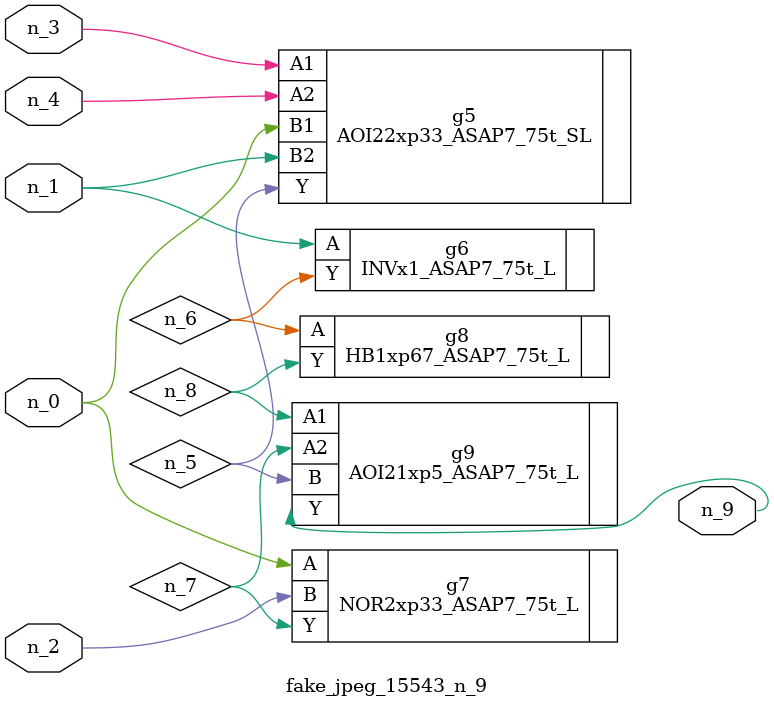
<source format=v>
module fake_jpeg_15543_n_9 (n_3, n_2, n_1, n_0, n_4, n_9);

input n_3;
input n_2;
input n_1;
input n_0;
input n_4;

output n_9;

wire n_8;
wire n_6;
wire n_5;
wire n_7;

AOI22xp33_ASAP7_75t_SL g5 ( 
.A1(n_3),
.A2(n_4),
.B1(n_0),
.B2(n_1),
.Y(n_5)
);

INVx1_ASAP7_75t_L g6 ( 
.A(n_1),
.Y(n_6)
);

NOR2xp33_ASAP7_75t_L g7 ( 
.A(n_0),
.B(n_2),
.Y(n_7)
);

HB1xp67_ASAP7_75t_L g8 ( 
.A(n_6),
.Y(n_8)
);

AOI21xp5_ASAP7_75t_L g9 ( 
.A1(n_8),
.A2(n_7),
.B(n_5),
.Y(n_9)
);


endmodule
</source>
